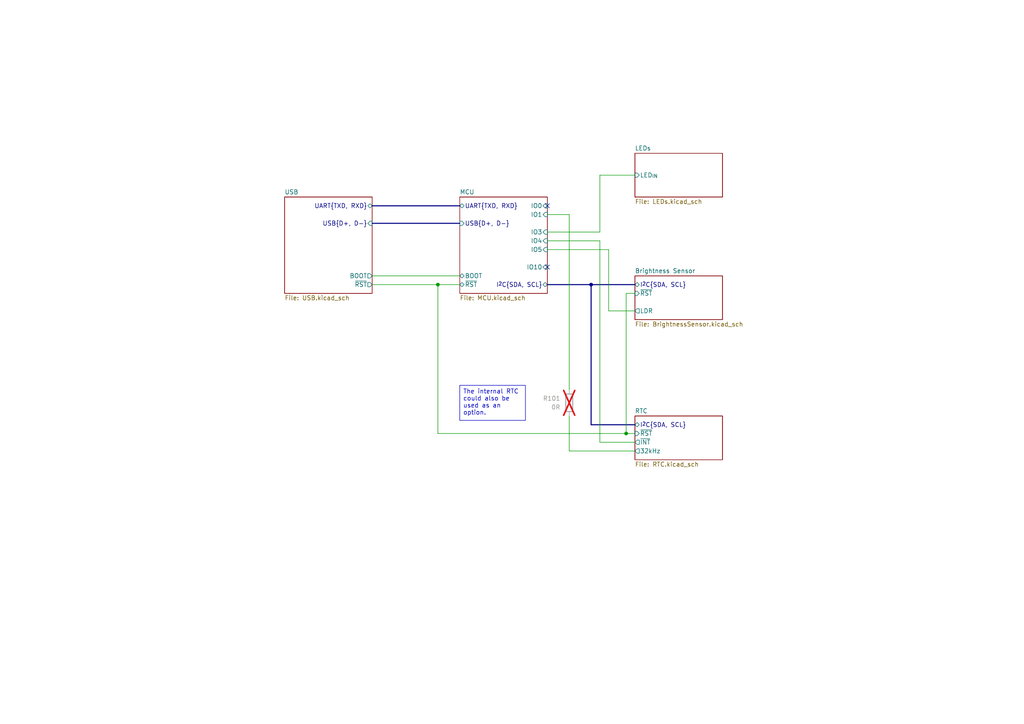
<source format=kicad_sch>
(kicad_sch (version 20231120) (generator "eeschema") (generator_version "8.0")
  (paper "A4")
  (title_block (title "Wordclock - Top") (date "2024-10-27") (rev "A") (company "ElektroNik Zoller") (comment 1 "Nikolai Zoller") (comment 4 "CERN-OHL-P"))
  (lib_symbols
    (symbol "Device:R" (pin_numbers hide) (pin_names (offset 0))
      (property "Reference" "R" (at 2.032 0 90))
      (property "Value" "R" (at 0 0 90))
      (symbol "R_0_1"
        (rectangle (start -1.016 -2.54) (end 1.016 2.54) (stroke (width 0.254)))
      )
      (symbol "R_1_1"
        (pin passive line (at 0 3.81 270) (length 1.27) (name "~") (number "1"))
        (pin passive line (at 0 -3.81 90) (length 1.27) (name "~") (number "2"))
      )
    )
  )
  (junction (at 171.45 82.55))
  (junction (at 181.61 125.73))
  (junction (at 127 82.55))
  (no_connect (at 158.75 59.69))
  (no_connect (at 158.75 77.47))
  (wire (pts (xy 158.75 62.23) (xy 165.1 62.23)))
  (wire (pts (xy 173.99 69.85) (xy 173.99 128.27)))
  (bus (pts (xy 158.75 82.55) (xy 171.45 82.55)))
  (bus (pts (xy 171.45 123.19) (xy 184.15 123.19)))
  (wire (pts (xy 165.1 120.65) (xy 165.1 130.81)))
  (wire (pts (xy 165.1 130.81) (xy 184.15 130.81)))
  (wire (pts (xy 173.99 50.8) (xy 184.15 50.8)))
  (wire (pts (xy 127 82.55) (xy 133.35 82.55)))
  (wire (pts (xy 173.99 50.8) (xy 173.99 67.31)))
  (bus (pts (xy 184.15 82.55) (xy 171.45 82.55)))
  (wire (pts (xy 181.61 85.09) (xy 181.61 125.73)))
  (wire (pts (xy 158.75 72.39) (xy 176.53 72.39)))
  (wire (pts (xy 158.75 69.85) (xy 173.99 69.85)))
  (wire (pts (xy 181.61 125.73) (xy 127 125.73)))
  (wire (pts (xy 127 82.55) (xy 127 125.73)))
  (wire (pts (xy 176.53 90.17) (xy 184.15 90.17)))
  (wire (pts (xy 165.1 62.23) (xy 165.1 113.03)))
  (wire (pts (xy 107.95 80.01) (xy 133.35 80.01)))
  (bus (pts (xy 107.95 64.77) (xy 133.35 64.77)))
  (wire (pts (xy 184.15 85.09) (xy 181.61 85.09)))
  (bus (pts (xy 107.95 59.69) (xy 133.35 59.69)))
  (wire (pts (xy 173.99 128.27) (xy 184.15 128.27)))
  (wire (pts (xy 173.99 67.31) (xy 158.75 67.31)))
  (wire (pts (xy 181.61 125.73) (xy 184.15 125.73)))
  (wire (pts (xy 107.95 82.55) (xy 127 82.55)))
  (bus (pts (xy 171.45 82.55) (xy 171.45 123.19)))
  (wire (pts (xy 176.53 72.39) (xy 176.53 90.17)))
  (text_box "The internal RTC could also be used as an option." (at 133.35 111.76 0) (size 19.05 10.16) (effects (font (size 1.27 1.27)) (justify left top)))
  (symbol (lib_id "Device:R") (at 165.1 116.84 0) (mirror y) (unit 1) (dnp yes)
    (property "Reference" "R101" (at 162.56 115.5699 0) (effects (justify left)))
    (property "Value" "0R" (at 162.56 118.1099 0) (effects (justify left)))
    (property "Footprint" "Resistor_SMD:R_0805_2012Metric_Pad1.20x1.40mm_HandSolder" (effects (hide yes)))
    (property "Description" "Resistor" (effects (hide yes)))
    (property "Manufacturer" "-" (effects (hide yes)))
    (property "Manufacturer Part no." "-" (effects (hide yes)))
    (property "Vendor 1" "Digikey" (effects (hide yes)))
    (property "Vendor 1 Part no." "311-0.0ARCT-ND" (effects (hide yes)))
    (property "Vendor 2" "LCSC" (effects (hide yes)))
  )
  (sheet (at 133.35 57.15) (size 25.4 27.94) (stroke (width 0.1524))
    (property "Sheetname" "MCU" (at 133.35 56.4384 0) (effects (justify left bottom)))
    (property "Sheetfile" "MCU.kicad_sch" (at 133.35 85.6746 0) (effects (justify left top)))
    (pin "IO10" input (at 158.75 77.47 0))
    (pin "IO4" input (at 158.75 69.85 0))
    (pin "IO3" input (at 158.75 67.31 0))
    (pin "IO5" input (at 158.75 72.39 0))
    (pin "UART{TXD, RXD}" bidirectional (at 133.35 59.69 180))
    (pin "IO1" input (at 158.75 62.23 0))
    (pin "IO0" input (at 158.75 59.69 0))
    (pin "I^{2}C{SDA, SCL}" bidirectional (at 158.75 82.55 0))
    (pin "BOOT" bidirectional (at 133.35 80.01 180))
    (pin "~{RST}" bidirectional (at 133.35 82.55 180))
    (pin "USB{D+, D-}" input (at 133.35 64.77 180))
  )
  (sheet (at 82.55 57.15) (size 25.4 27.94) (stroke (width 0.1524))
    (property "Sheetname" "USB" (at 82.55 56.4384 0) (effects (justify left bottom)))
    (property "Sheetfile" "USB.kicad_sch" (at 82.55 85.6746 0) (effects (justify left top)))
    (pin "UART{TXD, RXD}" bidirectional (at 107.95 59.69 0))
    (pin "BOOT" output (at 107.95 80.01 0))
    (pin "~{RST}" output (at 107.95 82.55 0))
    (pin "USB{D+, D-}" input (at 107.95 64.77 0))
  )
  (sheet (at 184.15 44.45) (size 25.4 12.7) (stroke (width 0.1524))
    (property "Sheetname" "LEDs" (at 184.15 43.7384 0) (effects (justify left bottom)))
    (property "Sheetfile" "LEDs.kicad_sch" (at 184.15 57.7346 0) (effects (justify left top)))
    (pin "LED_{IN}" input (at 184.15 50.8 180))
  )
  (sheet (at 184.15 120.65) (size 25.4 12.7) (stroke (width 0.1524))
    (property "Sheetname" "RTC" (at 184.15 119.9384 0) (effects (justify left bottom)))
    (property "Sheetfile" "RTC.kicad_sch" (at 184.15 133.9346 0) (effects (justify left top)))
    (pin "32kHz" output (at 184.15 130.81 180))
    (pin "I^{2}C{SDA, SCL}" bidirectional (at 184.15 123.19 180))
    (pin "~{INT}" output (at 184.15 128.27 180))
    (pin "~{RST}" input (at 184.15 125.73 180))
  )
  (sheet (at 184.15 80.01) (size 25.4 12.7) (stroke (width 0.1524))
    (property "Sheetname" "Brightness Sensor" (at 184.15 79.2984 0) (effects (justify left bottom)))
    (property "Sheetfile" "BrightnessSensor.kicad_sch" (at 184.15 93.2946 0) (effects (justify left top)))
    (pin "I^{2}C{SDA, SCL}" bidirectional (at 184.15 82.55 180))
    (pin "LDR" output (at 184.15 90.17 180))
    (pin "~{RST}" input (at 184.15 85.09 180))
  )
)
</source>
